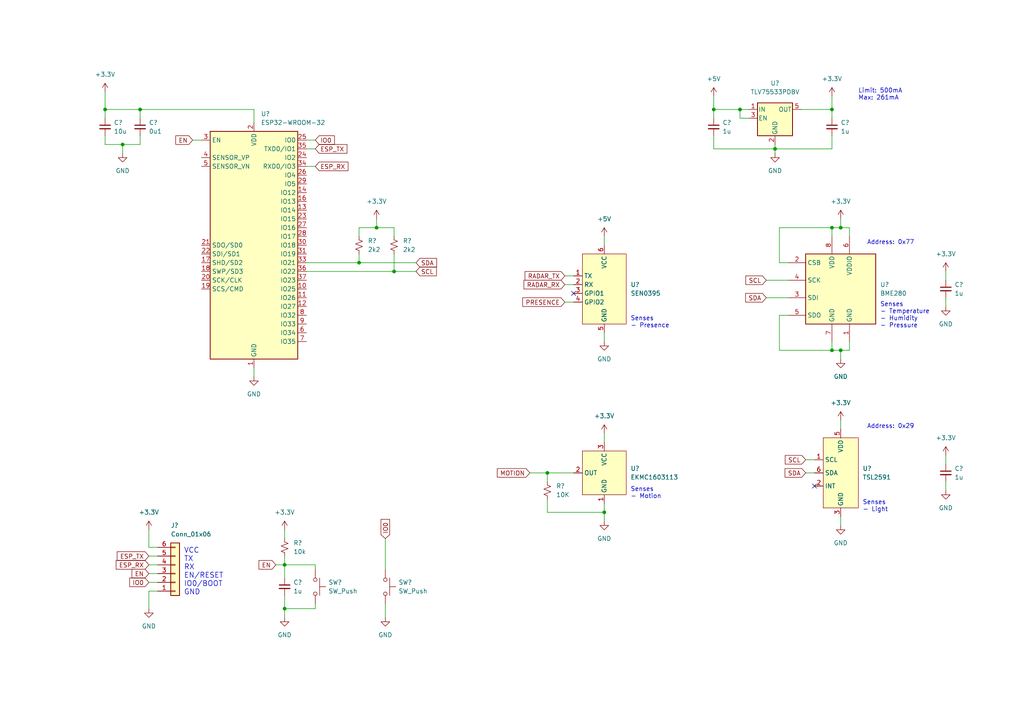
<source format=kicad_sch>
(kicad_sch (version 20211123) (generator eeschema)
  (paper "A4")
  (lib_symbols
    (symbol "Connector_Generic:Conn_01x06" (pin_names (offset 1.016) hide)
      (property "Reference" "J" (at 0 7.62 0))
      (property "Value" "Conn_01x06" (at 0 -10.16 0))
      (symbol "Conn_01x06_1_1"
        (rectangle (start -1.27 -7.493) (end 0 -7.747) (stroke (width 0.1524)))
        (rectangle (start -1.27 -4.953) (end 0 -5.207) (stroke (width 0.1524)))
        (rectangle (start -1.27 -2.413) (end 0 -2.667) (stroke (width 0.1524)))
        (rectangle (start -1.27 0.127) (end 0 -0.127) (stroke (width 0.1524)))
        (rectangle (start -1.27 2.667) (end 0 2.413) (stroke (width 0.1524)))
        (rectangle (start -1.27 5.207) (end 0 4.953) (stroke (width 0.1524)))
        (rectangle (start -1.27 6.35) (end 1.27 -8.89) (stroke (width 0.254)) (fill (type background)))
        (pin passive line (at -5.08 5.08 0) (length 3.81) (name "Pin_1") (number "1"))
        (pin passive line (at -5.08 2.54 0) (length 3.81) (name "Pin_2") (number "2"))
        (pin passive line (at -5.08 0 0) (length 3.81) (name "Pin_3") (number "3"))
        (pin passive line (at -5.08 -2.54 0) (length 3.81) (name "Pin_4") (number "4"))
        (pin passive line (at -5.08 -5.08 0) (length 3.81) (name "Pin_5") (number "5"))
        (pin passive line (at -5.08 -7.62 0) (length 3.81) (name "Pin_6") (number "6"))
      )
    )
    (symbol "Device:C_Small" (pin_numbers hide) (pin_names (offset 0.254) hide)
      (property "Reference" "C" (at 0.254 1.778 0))
      (property "Value" "C_Small" (at 0.254 -2.032 0))
      (symbol "C_Small_0_1"
        (polyline (pts (xy -1.524 -0.508) (xy 1.524 -0.508)) (stroke (width 0.3302)))
        (polyline (pts (xy -1.524 0.508) (xy 1.524 0.508)) (stroke (width 0.3048)))
      )
      (symbol "C_Small_1_1"
        (pin passive line (at 0 2.54 270) (length 2.032) (name "~") (number "1"))
        (pin passive line (at 0 -2.54 90) (length 2.032) (name "~") (number "2"))
      )
    )
    (symbol "Device:R_Small_US" (pin_numbers hide) (pin_names (offset 0.254) hide)
      (property "Reference" "R" (at 0.762 0.508 0))
      (property "Value" "R_Small_US" (at 0.762 -1.016 0))
      (symbol "R_Small_US_1_1"
        (polyline (pts (xy 0 0) (xy 1.016 -0.381) (xy 0 -0.762) (xy -1.016 -1.143) (xy 0 -1.524)))
        (polyline (pts (xy 0 1.524) (xy 1.016 1.143) (xy 0 0.762) (xy -1.016 0.381) (xy 0 0)))
        (pin passive line (at 0 2.54 270) (length 1.016) (name "~") (number "1"))
        (pin passive line (at 0 -2.54 90) (length 1.016) (name "~") (number "2"))
      )
    )
    (symbol "My Symbols:EKMxxxxxxxxx"
      (property "Reference" "U" (at 5.08 -2.54 0))
      (property "Value" "EKMxxxxxxxxx" (at 5.08 0 0))
      (symbol "EKMxxxxxxxxx_0_1"
        (rectangle (start -6.35 -6.35) (end 6.35 -19.05) (fill (type background)))
      )
      (symbol "EKMxxxxxxxxx_1_1"
        (pin input line (at 0 -21.59 90) (length 2.54) (name "GND") (number "1"))
        (pin input line (at -8.89 -12.7 0) (length 2.54) (name "OUT") (number "2"))
        (pin input line (at 0 -3.81 270) (length 2.54) (name "VCC") (number "3"))
      )
    )
    (symbol "My Symbols:SEN0395"
      (property "Reference" "U" (at 5.08 -2.54 0))
      (property "Value" "SEN0395" (at 5.08 0 0))
      (symbol "SEN0395_0_1"
        (rectangle (start -6.35 -6.35) (end 6.35 -26.67) (fill (type background)))
      )
      (symbol "SEN0395_1_1"
        (pin input line (at -8.89 -12.7 0) (length 2.54) (name "TX") (number "1"))
        (pin input line (at -8.89 -15.24 0) (length 2.54) (name "RX") (number "2"))
        (pin input line (at -8.89 -17.78 0) (length 2.54) (name "GPIO1") (number "3"))
        (pin input line (at -8.89 -20.32 0) (length 2.54) (name "GPIO2") (number "4"))
        (pin input line (at 0 -29.21 90) (length 2.54) (name "GND") (number "5"))
        (pin input line (at 0 -3.81 270) (length 2.54) (name "VCC") (number "6"))
        (pin input line (at 8.89 -15.24 180) (length 2.54) hide (name "NC1") (number "7"))
        (pin input line (at 8.89 -17.78 180) (length 2.54) hide (name "NC2") (number "8"))
      )
    )
    (symbol "My Symbols:TSL2591"
      (property "Reference" "U" (at 3.81 -15.24 0))
      (property "Value" "TSL2591" (at 3.81 -12.7 0))
      (symbol "TSL2591_0_1"
        (rectangle (start -5.08 -17.78) (end 5.08 -38.1) (fill (type background)))
      )
      (symbol "TSL2591_1_1"
        (pin input line (at -7.62 -24.13 0) (length 2.54) (name "SCL") (number "1"))
        (pin input line (at -7.62 -31.75 0) (length 2.54) (name "INT") (number "2"))
        (pin input line (at 0 -40.64 90) (length 2.54) (name "GND") (number "3"))
        (pin input line (at 7.62 -27.94 180) (length 2.54) hide (name "NC") (number "4"))
        (pin input line (at 0 -15.24 270) (length 2.54) (name "VDD") (number "5"))
        (pin input line (at -7.62 -27.94 0) (length 2.54) (name "SDA") (number "6"))
      )
    )
    (symbol "RF_Module:ESP32-WROOM-32"
      (property "Reference" "U" (at -12.7 34.29 0))
      (property "Value" "ESP32-WROOM-32" (at 1.27 34.29 0))
      (symbol "ESP32-WROOM-32_0_1"
        (rectangle (start -12.7 33.02) (end 12.7 -33.02) (stroke (width 0.254)) (fill (type background)))
      )
      (symbol "ESP32-WROOM-32_1_1"
        (pin power_in line (at 0 -35.56 90) (length 2.54) (name "GND") (number "1"))
        (pin bidirectional line (at 15.24 -12.7 180) (length 2.54) (name "IO25") (number "10"))
        (pin bidirectional line (at 15.24 -15.24 180) (length 2.54) (name "IO26") (number "11"))
        (pin bidirectional line (at 15.24 -17.78 180) (length 2.54) (name "IO27") (number "12"))
        (pin bidirectional line (at 15.24 10.16 180) (length 2.54) (name "IO14") (number "13"))
        (pin bidirectional line (at 15.24 15.24 180) (length 2.54) (name "IO12") (number "14"))
        (pin passive line (at 0 -35.56 90) (length 2.54) hide (name "GND") (number "15"))
        (pin bidirectional line (at 15.24 12.7 180) (length 2.54) (name "IO13") (number "16"))
        (pin bidirectional line (at -15.24 -5.08 0) (length 2.54) (name "SHD/SD2") (number "17"))
        (pin bidirectional line (at -15.24 -7.62 0) (length 2.54) (name "SWP/SD3") (number "18"))
        (pin bidirectional line (at -15.24 -12.7 0) (length 2.54) (name "SCS/CMD") (number "19"))
        (pin power_in line (at 0 35.56 270) (length 2.54) (name "VDD") (number "2"))
        (pin bidirectional line (at -15.24 -10.16 0) (length 2.54) (name "SCK/CLK") (number "20"))
        (pin bidirectional line (at -15.24 0 0) (length 2.54) (name "SDO/SD0") (number "21"))
        (pin bidirectional line (at -15.24 -2.54 0) (length 2.54) (name "SDI/SD1") (number "22"))
        (pin bidirectional line (at 15.24 7.62 180) (length 2.54) (name "IO15") (number "23"))
        (pin bidirectional line (at 15.24 25.4 180) (length 2.54) (name "IO2") (number "24"))
        (pin bidirectional line (at 15.24 30.48 180) (length 2.54) (name "IO0") (number "25"))
        (pin bidirectional line (at 15.24 20.32 180) (length 2.54) (name "IO4") (number "26"))
        (pin bidirectional line (at 15.24 5.08 180) (length 2.54) (name "IO16") (number "27"))
        (pin bidirectional line (at 15.24 2.54 180) (length 2.54) (name "IO17") (number "28"))
        (pin bidirectional line (at 15.24 17.78 180) (length 2.54) (name "IO5") (number "29"))
        (pin input line (at -15.24 30.48 0) (length 2.54) (name "EN") (number "3"))
        (pin bidirectional line (at 15.24 0 180) (length 2.54) (name "IO18") (number "30"))
        (pin bidirectional line (at 15.24 -2.54 180) (length 2.54) (name "IO19") (number "31"))
        (pin no_connect line (at -12.7 -27.94 0) (length 2.54) hide (name "NC") (number "32"))
        (pin bidirectional line (at 15.24 -5.08 180) (length 2.54) (name "IO21") (number "33"))
        (pin bidirectional line (at 15.24 22.86 180) (length 2.54) (name "RXD0/IO3") (number "34"))
        (pin bidirectional line (at 15.24 27.94 180) (length 2.54) (name "TXD0/IO1") (number "35"))
        (pin bidirectional line (at 15.24 -7.62 180) (length 2.54) (name "IO22") (number "36"))
        (pin bidirectional line (at 15.24 -10.16 180) (length 2.54) (name "IO23") (number "37"))
        (pin passive line (at 0 -35.56 90) (length 2.54) hide (name "GND") (number "38"))
        (pin passive line (at 0 -35.56 90) (length 2.54) hide (name "GND") (number "39"))
        (pin input line (at -15.24 25.4 0) (length 2.54) (name "SENSOR_VP") (number "4"))
        (pin input line (at -15.24 22.86 0) (length 2.54) (name "SENSOR_VN") (number "5"))
        (pin input line (at 15.24 -25.4 180) (length 2.54) (name "IO34") (number "6"))
        (pin input line (at 15.24 -27.94 180) (length 2.54) (name "IO35") (number "7"))
        (pin bidirectional line (at 15.24 -20.32 180) (length 2.54) (name "IO32") (number "8"))
        (pin bidirectional line (at 15.24 -22.86 180) (length 2.54) (name "IO33") (number "9"))
      )
    )
    (symbol "Regulator_Linear:TLV75533PDBV" (pin_names (offset 0.254))
      (property "Reference" "U" (at -3.81 5.715 0))
      (property "Value" "TLV75533PDBV" (at 0 5.715 0))
      (symbol "TLV75533PDBV_0_1"
        (rectangle (start -5.08 4.445) (end 5.08 -5.08) (stroke (width 0.254)) (fill (type background)))
      )
      (symbol "TLV75533PDBV_1_1"
        (pin power_in line (at -7.62 2.54 0) (length 2.54) (name "IN") (number "1"))
        (pin power_in line (at 0 -7.62 90) (length 2.54) (name "GND") (number "2"))
        (pin input line (at -7.62 0 0) (length 2.54) (name "EN") (number "3"))
        (pin no_connect line (at 5.08 0 180) (length 2.54) hide (name "NC") (number "4"))
        (pin power_out line (at 7.62 2.54 180) (length 2.54) (name "OUT") (number "5"))
      )
    )
    (symbol "Sensor:BME280"
      (property "Reference" "U?" (at 11.43 1.27 0))
      (property "Value" "BME280" (at 11.43 -1.27 0))
      (symbol "BME280_0_1"
        (rectangle (start -10.16 10.16) (end 10.16 -10.16) (stroke (width 0.254)) (fill (type background)))
      )
      (symbol "BME280_1_1"
        (pin power_in line (at -2.54 -15.24 90) (length 5.08) (name "GND") (number "1"))
        (pin input line (at 15.24 7.62 180) (length 5.08) (name "CSB") (number "2"))
        (pin bidirectional line (at 15.24 -2.54 180) (length 5.08) (name "SDI") (number "3"))
        (pin input line (at 15.24 2.54 180) (length 5.08) (name "SCK") (number "4"))
        (pin bidirectional line (at 15.24 -7.62 180) (length 5.08) (name "SDO") (number "5"))
        (pin power_in line (at -2.54 15.24 270) (length 5.08) (name "VDDIO") (number "6"))
        (pin power_in line (at 2.54 -15.24 90) (length 5.08) (name "GND") (number "7"))
        (pin power_in line (at 2.54 15.24 270) (length 5.08) (name "VDD") (number "8"))
      )
    )
    (symbol "Switch:SW_Push" (pin_numbers hide) (pin_names (offset 1.016) hide)
      (property "Reference" "SW" (at 1.27 2.54 0))
      (property "Value" "SW_Push" (at 0 -1.524 0))
      (symbol "SW_Push_0_1"
        (circle (center -2.032 0) (radius 0.508))
        (polyline (pts (xy 0 1.27) (xy 0 3.048)))
        (polyline (pts (xy 2.54 1.27) (xy -2.54 1.27)))
        (circle (center 2.032 0) (radius 0.508))
        (pin passive line (at -5.08 0 0) (length 2.54) (name "1") (number "1"))
        (pin passive line (at 5.08 0 180) (length 2.54) (name "2") (number "2"))
      )
    )
    (symbol "power:+3.3V" (power) (pin_names (offset 0))
      (property "Value" "+3.3V" (at 0 3.556 0))
      (symbol "+3.3V_0_1"
        (polyline (pts (xy -0.762 1.27) (xy 0 2.54)))
        (polyline (pts (xy 0 0) (xy 0 2.54)))
        (polyline (pts (xy 0 2.54) (xy 0.762 1.27)))
      )
      (symbol "+3.3V_1_1"
        (pin power_in line (at 0 0 90) (length 0) hide (name "+3.3V") (number "1"))
      )
    )
    (symbol "power:+5V" (power) (pin_names (offset 0))
      (property "Value" "+5V" (at 0 3.556 0))
      (symbol "+5V_0_1"
        (polyline (pts (xy -0.762 1.27) (xy 0 2.54)))
        (polyline (pts (xy 0 0) (xy 0 2.54)))
        (polyline (pts (xy 0 2.54) (xy 0.762 1.27)))
      )
      (symbol "+5V_1_1"
        (pin power_in line (at 0 0 90) (length 0) hide (name "+5V") (number "1"))
      )
    )
    (symbol "power:GND" (power) (pin_names (offset 0))
      (property "Value" "GND" (at 0 -3.81 0))
      (symbol "GND_0_1"
        (polyline (pts (xy 0 0) (xy 0 -1.27) (xy 1.27 -1.27) (xy 0 -2.54) (xy -1.27 -1.27) (xy 0 -1.27)))
      )
      (symbol "GND_1_1"
        (pin power_in line (at 0 0 270) (length 0) hide (name "GND") (number "1"))
      )
    )
  )
  (junction (at 114.3 78.74))
  (junction (at 241.3 101.6))
  (junction (at 243.84 101.6))
  (junction (at 175.26 148.59))
  (junction (at 214.63 31.75))
  (junction (at 243.84 66.04))
  (junction (at 207.01 31.75))
  (junction (at 40.64 31.75))
  (junction (at 224.79 43.18))
  (junction (at 82.55 163.83))
  (junction (at 241.3 66.04))
  (junction (at 104.14 76.2))
  (junction (at 241.3 31.75))
  (junction (at 82.55 176.53))
  (junction (at 35.56 41.91))
  (junction (at 158.75 137.16))
  (junction (at 30.48 31.75))
  (junction (at 109.22 66.04))
  (no_connect (at 166.37 85.09))
  (no_connect (at 236.22 140.97))
  (wire (pts (xy 73.66 35.56) (xy 73.66 31.75)))
  (wire (pts (xy 226.06 91.44) (xy 226.06 101.6)))
  (wire (pts (xy 243.84 66.04) (xy 246.38 66.04)))
  (wire (pts (xy 207.01 39.37) (xy 207.01 43.18)))
  (wire (pts (xy 233.68 137.16) (xy 236.22 137.16)))
  (wire (pts (xy 73.66 106.68) (xy 73.66 109.22)))
  (wire (pts (xy 43.18 171.45) (xy 43.18 176.53)))
  (wire (pts (xy 91.44 165.1) (xy 91.44 163.83)))
  (wire (pts (xy 88.9 40.64) (xy 91.44 40.64)))
  (wire (pts (xy 82.55 176.53) (xy 91.44 176.53)))
  (wire (pts (xy 158.75 137.16) (xy 158.75 139.7)))
  (wire (pts (xy 214.63 31.75) (xy 214.63 34.29)))
  (wire (pts (xy 82.55 161.29) (xy 82.55 163.83)))
  (wire (pts (xy 158.75 144.78) (xy 158.75 148.59)))
  (wire (pts (xy 73.66 31.75) (xy 40.64 31.75)))
  (wire (pts (xy 43.18 168.91) (xy 45.72 168.91)))
  (wire (pts (xy 246.38 66.04) (xy 246.38 68.58)))
  (wire (pts (xy 274.32 86.36) (xy 274.32 88.9)))
  (wire (pts (xy 243.84 149.86) (xy 243.84 152.4)))
  (wire (pts (xy 241.3 101.6) (xy 243.84 101.6)))
  (wire (pts (xy 224.79 41.91) (xy 224.79 43.18)))
  (wire (pts (xy 30.48 31.75) (xy 40.64 31.75)))
  (wire (pts (xy 163.83 80.01) (xy 166.37 80.01)))
  (wire (pts (xy 35.56 41.91) (xy 40.64 41.91)))
  (wire (pts (xy 175.26 125.73) (xy 175.26 128.27)))
  (wire (pts (xy 30.48 39.37) (xy 30.48 41.91)))
  (wire (pts (xy 217.17 34.29) (xy 214.63 34.29)))
  (wire (pts (xy 40.64 34.29) (xy 40.64 31.75)))
  (wire (pts (xy 222.25 86.36) (xy 228.6 86.36)))
  (wire (pts (xy 114.3 73.66) (xy 114.3 78.74)))
  (wire (pts (xy 207.01 27.94) (xy 207.01 31.75)))
  (wire (pts (xy 35.56 41.91) (xy 35.56 44.45)))
  (wire (pts (xy 207.01 31.75) (xy 214.63 31.75)))
  (wire (pts (xy 82.55 153.67) (xy 82.55 156.21)))
  (wire (pts (xy 43.18 163.83) (xy 45.72 163.83)))
  (wire (pts (xy 243.84 101.6) (xy 246.38 101.6)))
  (wire (pts (xy 243.84 63.5) (xy 243.84 66.04)))
  (wire (pts (xy 228.6 91.44) (xy 226.06 91.44)))
  (wire (pts (xy 88.9 76.2) (xy 104.14 76.2)))
  (wire (pts (xy 241.3 99.06) (xy 241.3 101.6)))
  (wire (pts (xy 91.44 163.83) (xy 82.55 163.83)))
  (wire (pts (xy 175.26 68.58) (xy 175.26 71.12)))
  (wire (pts (xy 109.22 66.04) (xy 114.3 66.04)))
  (wire (pts (xy 43.18 161.29) (xy 45.72 161.29)))
  (wire (pts (xy 30.48 31.75) (xy 30.48 34.29)))
  (wire (pts (xy 43.18 158.75) (xy 45.72 158.75)))
  (wire (pts (xy 111.76 156.21) (xy 111.76 165.1)))
  (wire (pts (xy 40.64 39.37) (xy 40.64 41.91)))
  (wire (pts (xy 207.01 43.18) (xy 224.79 43.18)))
  (wire (pts (xy 114.3 78.74) (xy 120.65 78.74)))
  (wire (pts (xy 158.75 148.59) (xy 175.26 148.59)))
  (wire (pts (xy 88.9 43.18) (xy 91.44 43.18)))
  (wire (pts (xy 55.88 40.64) (xy 58.42 40.64)))
  (wire (pts (xy 226.06 66.04) (xy 226.06 76.2)))
  (wire (pts (xy 158.75 137.16) (xy 166.37 137.16)))
  (wire (pts (xy 43.18 153.67) (xy 43.18 158.75)))
  (wire (pts (xy 232.41 31.75) (xy 241.3 31.75)))
  (wire (pts (xy 241.3 66.04) (xy 243.84 66.04)))
  (wire (pts (xy 274.32 139.7) (xy 274.32 142.24)))
  (wire (pts (xy 233.68 133.35) (xy 236.22 133.35)))
  (wire (pts (xy 241.3 31.75) (xy 241.3 34.29)))
  (wire (pts (xy 207.01 31.75) (xy 207.01 34.29)))
  (wire (pts (xy 246.38 99.06) (xy 246.38 101.6)))
  (wire (pts (xy 91.44 176.53) (xy 91.44 175.26)))
  (wire (pts (xy 82.55 163.83) (xy 82.55 167.64)))
  (wire (pts (xy 241.3 43.18) (xy 224.79 43.18)))
  (wire (pts (xy 43.18 166.37) (xy 45.72 166.37)))
  (wire (pts (xy 111.76 175.26) (xy 111.76 179.07)))
  (wire (pts (xy 241.3 39.37) (xy 241.3 43.18)))
  (wire (pts (xy 243.84 104.14) (xy 243.84 101.6)))
  (wire (pts (xy 243.84 121.92) (xy 243.84 124.46)))
  (wire (pts (xy 114.3 66.04) (xy 114.3 68.58)))
  (wire (pts (xy 175.26 99.06) (xy 175.26 96.52)))
  (wire (pts (xy 163.83 82.55) (xy 166.37 82.55)))
  (wire (pts (xy 80.01 163.83) (xy 82.55 163.83)))
  (wire (pts (xy 153.67 137.16) (xy 158.75 137.16)))
  (wire (pts (xy 163.83 87.63) (xy 166.37 87.63)))
  (wire (pts (xy 222.25 81.28) (xy 228.6 81.28)))
  (wire (pts (xy 274.32 132.08) (xy 274.32 134.62)))
  (wire (pts (xy 30.48 26.67) (xy 30.48 31.75)))
  (wire (pts (xy 228.6 76.2) (xy 226.06 76.2)))
  (wire (pts (xy 30.48 41.91) (xy 35.56 41.91)))
  (wire (pts (xy 104.14 68.58) (xy 104.14 66.04)))
  (wire (pts (xy 241.3 68.58) (xy 241.3 66.04)))
  (wire (pts (xy 226.06 66.04) (xy 241.3 66.04)))
  (wire (pts (xy 217.17 31.75) (xy 214.63 31.75)))
  (wire (pts (xy 104.14 73.66) (xy 104.14 76.2)))
  (wire (pts (xy 224.79 43.18) (xy 224.79 44.45)))
  (wire (pts (xy 109.22 63.5) (xy 109.22 66.04)))
  (wire (pts (xy 274.32 78.74) (xy 274.32 81.28)))
  (wire (pts (xy 88.9 78.74) (xy 114.3 78.74)))
  (wire (pts (xy 226.06 101.6) (xy 241.3 101.6)))
  (wire (pts (xy 241.3 27.94) (xy 241.3 31.75)))
  (wire (pts (xy 175.26 148.59) (xy 175.26 146.05)))
  (wire (pts (xy 88.9 48.26) (xy 91.44 48.26)))
  (wire (pts (xy 104.14 66.04) (xy 109.22 66.04)))
  (wire (pts (xy 82.55 172.72) (xy 82.55 176.53)))
  (wire (pts (xy 104.14 76.2) (xy 120.65 76.2)))
  (wire (pts (xy 43.18 171.45) (xy 45.72 171.45)))
  (wire (pts (xy 82.55 179.07) (xy 82.55 176.53)))
  (wire (pts (xy 175.26 151.13) (xy 175.26 148.59)))
  (text "TODO\n- create USB C power only symbol\n- add 5V headder terminal\n- assign gpio\n" (at -57.15 12.7 0) (effects (font (size 1.27 1.27)) (justify left bottom)))
  (text "Senses\n- Motion" (at 182.88 144.78 0) (effects (font (size 1.27 1.27)) (justify left bottom)))
  (text "Address: 0x29\n" (at 251.46 124.46 0) (effects (font (size 1.27 1.27)) (justify left bottom)))
  (text "Senses\n- Temperature\n- Humidity\n- Pressure\n" (at 255.27 95.25 0) (effects (font (size 1.27 1.27)) (justify left bottom)))
  (text "Limit: 500mA\nMax: 261mA\n" (at 248.92 29.21 0) (effects (font (size 1.27 1.27)) (justify left bottom)))
  (text "Senses\n- Light\n" (at 250.19 148.59 0) (effects (font (size 1.27 1.27)) (justify left bottom)))
  (text "VCC\nTX\nRX\nEN/RESET\nIO0/BOOT\nGND" (at 53.34 172.72 0) (effects (font (size 1.5 1.5)) (justify left bottom)))
  (text "Senses\n- Presence\n" (at 182.88 95.25 0) (effects (font (size 1.27 1.27)) (justify left bottom)))
  (text "Address: 0x77" (at 251.46 71.12 0) (effects (font (size 1.27 1.27)) (justify left bottom)))
  (global_label "SCL" (shape input) (at 222.25 81.28 180) (property "Intersheet References" "${INTERSHEET_REFS}" (effects hide)))
  (global_label "ESP_TX" (shape input) (at 43.18 161.29 180) (property "Intersheet References" "${INTERSHEET_REFS}" (effects hide)))
  (global_label "IO0" (shape input) (at 43.18 168.91 180) (property "Intersheet References" "${INTERSHEET_REFS}" (effects hide)))
  (global_label "ESP_TX" (shape input) (at 91.44 43.18 0) (property "Intersheet References" "${INTERSHEET_REFS}" (effects hide)))
  (global_label "EN" (shape input) (at 80.01 163.83 180) (property "Intersheet References" "${INTERSHEET_REFS}" (effects hide)))
  (global_label "SCL" (shape input) (at 233.68 133.35 180) (property "Intersheet References" "${INTERSHEET_REFS}" (effects hide)))
  (global_label "MOTION" (shape input) (at 153.67 137.16 180) (property "Intersheet References" "${INTERSHEET_REFS}" (effects hide)))
  (global_label "EN" (shape input) (at 43.18 166.37 180) (property "Intersheet References" "${INTERSHEET_REFS}" (effects hide)))
  (global_label "SDA" (shape input) (at 222.25 86.36 180) (property "Intersheet References" "${INTERSHEET_REFS}" (effects hide)))
  (global_label "RADAR_RX" (shape input) (at 163.83 82.55 180) (property "Intersheet References" "${INTERSHEET_REFS}" (effects hide)))
  (global_label "ESP_RX" (shape input) (at 91.44 48.26 0) (property "Intersheet References" "${INTERSHEET_REFS}" (effects hide)))
  (global_label "SDA" (shape input) (at 233.68 137.16 180) (property "Intersheet References" "${INTERSHEET_REFS}" (effects hide)))
  (global_label "RADAR_TX" (shape input) (at 163.83 80.01 180) (property "Intersheet References" "${INTERSHEET_REFS}" (effects hide)))
  (global_label "SDA" (shape input) (at 120.65 76.2 0) (property "Intersheet References" "${INTERSHEET_REFS}" (effects hide)))
  (global_label "PRESENCE" (shape input) (at 163.83 87.63 180) (property "Intersheet References" "${INTERSHEET_REFS}" (effects hide)))
  (global_label "SCL" (shape input) (at 120.65 78.74 0) (property "Intersheet References" "${INTERSHEET_REFS}" (effects hide)))
  (global_label "IO0" (shape input) (at 111.76 156.21 90) (property "Intersheet References" "${INTERSHEET_REFS}" (effects hide)))
  (global_label "ESP_RX" (shape input) (at 43.18 163.83 180) (property "Intersheet References" "${INTERSHEET_REFS}" (effects hide)))
  (global_label "IO0" (shape input) (at 91.44 40.64 0) (property "Intersheet References" "${INTERSHEET_REFS}" (effects hide)))
  (global_label "EN" (shape input) (at 55.88 40.64 180) (property "Intersheet References" "${INTERSHEET_REFS}" (effects hide)))
  (symbol (lib_id "Device:R_Small_US") (at 114.3 71.12 0) (unit 1)
    (property "Reference" "R?" (at 116.84 69.8499 0) (effects (justify left)))
    (property "Value" "2k2" (at 116.84 72.3899 0) (effects (justify left)))
  )
  (symbol (lib_id "power:GND") (at 274.32 88.9 0) (unit 1)
    (property "Reference" "#PWR?" (effects hide))
    (property "Value" "GND" (at 274.32 93.98 0))
  )
  (symbol (lib_id "My Symbols:EKMxxxxxxxxx") (at 175.26 124.46 0) (unit 1)
    (property "Reference" "U?" (at 182.88 135.8899 0) (effects (justify left)))
    (property "Value" "EKMC1603113" (at 182.88 138.4299 0) (effects (justify left)))
    (property "Datasheet" "https://www.mouser.com/datasheet/2/315/PANA_S_A0009105372_1-2560853.pdf" (effects hide))
  )
  (symbol (lib_id "power:+3.3V") (at 43.18 153.67 0) (unit 1)
    (property "Reference" "#PWR?" (effects hide))
    (property "Value" "+3.3V" (at 43.18 148.59 0))
  )
  (symbol (lib_id "Switch:SW_Push") (at 111.76 170.18 270) (unit 1)
    (property "Reference" "SW?" (at 115.57 168.9099 90) (effects (justify left)))
    (property "Value" "SW_Push" (at 115.57 171.4499 90) (effects (justify left)))
  )
  (symbol (lib_id "power:+3.3V") (at 243.84 63.5 0) (unit 1)
    (property "Reference" "#PWR?" (effects hide))
    (property "Value" "+3.3V" (at 243.84 58.42 0))
  )
  (symbol (lib_id "power:+5V") (at 207.01 27.94 0) (unit 1)
    (property "Reference" "#PWR?" (effects hide))
    (property "Value" "+5V" (at 207.01 22.86 0))
  )
  (symbol (lib_id "Device:C_Small") (at 274.32 83.82 0) (unit 1)
    (property "Reference" "C?" (at 276.86 82.5562 0) (effects (justify left)))
    (property "Value" "1u" (at 276.86 85.0962 0) (effects (justify left)))
  )
  (symbol (lib_id "power:GND") (at 175.26 151.13 0) (unit 1)
    (property "Reference" "#PWR?" (effects hide))
    (property "Value" "GND" (at 175.26 156.21 0))
  )
  (symbol (lib_id "Switch:SW_Push") (at 91.44 170.18 270) (unit 1)
    (property "Reference" "SW?" (at 95.25 168.9099 90) (effects (justify left)))
    (property "Value" "SW_Push" (at 95.25 171.4499 90) (effects (justify left)))
  )
  (symbol (lib_id "power:+3.3V") (at 274.32 78.74 0) (unit 1)
    (property "Reference" "#PWR?" (effects hide))
    (property "Value" "+3.3V" (at 274.32 73.66 0))
  )
  (symbol (lib_id "Device:R_Small_US") (at 82.55 158.75 0) (unit 1)
    (property "Reference" "R?" (at 85.09 157.4799 0) (effects (justify left)))
    (property "Value" "10k" (at 85.09 160.0199 0) (effects (justify left)))
  )
  (symbol (lib_id "RF_Module:ESP32-WROOM-32") (at 73.66 71.12 0) (unit 1)
    (property "Reference" "U?" (at 75.6794 33.02 0) (effects (justify left)))
    (property "Value" "ESP32-WROOM-32" (at 75.6794 35.56 0) (effects (justify left)))
    (property "Footprint" "RF_Module:ESP32-WROOM-32" (effects hide))
    (property "Datasheet" "https://www.espressif.com/sites/default/files/documentation/esp32-wroom-32_datasheet_en.pdf" (effects hide))
  )
  (symbol (lib_id "Device:R_Small_US") (at 158.75 142.24 0) (unit 1)
    (property "Reference" "R?" (at 161.29 140.9699 0) (effects (justify left)))
    (property "Value" "10K" (at 161.29 143.5099 0) (effects (justify left)))
  )
  (symbol (lib_id "power:GND") (at 111.76 179.07 0) (unit 1)
    (property "Reference" "#PWR?" (effects hide))
    (property "Value" "GND" (at 111.76 184.15 0))
  )
  (symbol (lib_id "power:GND") (at 175.26 99.06 0) (unit 1)
    (property "Reference" "#PWR?" (effects hide))
    (property "Value" "GND" (at 175.26 104.14 0))
  )
  (symbol (lib_id "power:GND") (at 224.79 44.45 0) (unit 1)
    (property "Reference" "#PWR?" (effects hide))
    (property "Value" "GND" (at 224.79 49.53 0))
  )
  (symbol (lib_id "power:+3.3V") (at 30.48 26.67 0) (unit 1)
    (property "Reference" "#PWR?" (effects hide))
    (property "Value" "+3.3V" (at 30.48 21.59 0))
  )
  (symbol (lib_id "Device:C_Small") (at 40.64 36.83 0) (unit 1)
    (property "Reference" "C?" (at 43.18 35.5662 0) (effects (justify left)))
    (property "Value" "0u1" (at 43.18 38.1062 0) (effects (justify left)))
  )
  (symbol (lib_id "power:GND") (at 82.55 179.07 0) (unit 1)
    (property "Reference" "#PWR?" (effects hide))
    (property "Value" "GND" (at 82.55 184.15 0))
  )
  (symbol (lib_id "My Symbols:TSL2591") (at 243.84 109.22 0) (unit 1)
    (property "Reference" "U?" (at 250.19 135.8899 0) (effects (justify left)))
    (property "Value" "TSL2591" (at 250.19 138.4299 0) (effects (justify left)))
    (property "Datasheet" "https://www.mouser.com/datasheet/2/588/TSL2591_DS000338_6_00-1623895.pdf" (effects hide))
  )
  (symbol (lib_id "power:+5V") (at 175.26 68.58 0) (unit 1)
    (property "Reference" "#PWR?" (effects hide))
    (property "Value" "+5V" (at 175.26 63.5 0))
  )
  (symbol (lib_id "power:+3.3V") (at 274.32 132.08 0) (unit 1)
    (property "Reference" "#PWR?" (effects hide))
    (property "Value" "+3.3V" (at 274.32 127 0))
  )
  (symbol (lib_id "Device:C_Small") (at 241.3 36.83 0) (unit 1)
    (property "Reference" "C?" (at 243.84 35.5662 0) (effects (justify left)))
    (property "Value" "1u" (at 243.84 38.1062 0) (effects (justify left)))
  )
  (symbol (lib_id "power:+3.3V") (at 241.3 27.94 0) (unit 1)
    (property "Reference" "#PWR?" (effects hide))
    (property "Value" "+3.3V" (at 241.3 22.86 0))
  )
  (symbol (lib_id "power:GND") (at 73.66 109.22 0) (unit 1)
    (property "Reference" "#PWR?" (effects hide))
    (property "Value" "GND" (at 73.66 114.3 0))
  )
  (symbol (lib_id "power:+3.3V") (at 175.26 125.73 0) (unit 1)
    (property "Reference" "#PWR?" (effects hide))
    (property "Value" "+3.3V" (at 175.26 120.65 0))
  )
  (symbol (lib_id "power:GND") (at 43.18 176.53 0) (unit 1)
    (property "Reference" "#PWR?" (effects hide))
    (property "Value" "GND" (at 43.18 181.61 0))
  )
  (symbol (lib_id "Device:C_Small") (at 82.55 170.18 0) (unit 1)
    (property "Reference" "C?" (at 85.09 168.9162 0) (effects (justify left)))
    (property "Value" "1u" (at 85.09 171.4562 0) (effects (justify left)))
  )
  (symbol (lib_id "power:+3.3V") (at 82.55 153.67 0) (unit 1)
    (property "Reference" "#PWR?" (effects hide))
    (property "Value" "+3.3V" (at 82.55 148.59 0))
  )
  (symbol (lib_id "power:GND") (at 35.56 44.45 0) (unit 1)
    (property "Reference" "#PWR?" (effects hide))
    (property "Value" "GND" (at 35.56 49.53 0))
  )
  (symbol (lib_id "My Symbols:SEN0395") (at 175.26 67.31 0) (unit 1)
    (property "Reference" "U?" (at 182.88 82.5499 0) (effects (justify left)))
    (property "Value" "SEN0395" (at 182.88 85.0899 0) (effects (justify left)))
    (property "Datasheet" "https://wiki.dfrobot.com/mmWave_Radar_Human_Presence_Detection_SKU_SEN0395" (effects hide))
  )
  (symbol (lib_id "power:GND") (at 243.84 104.14 0) (unit 1)
    (property "Reference" "#PWR?" (effects hide))
    (property "Value" "GND" (at 243.84 109.22 0))
  )
  (symbol (lib_id "Connector_Generic:Conn_01x06") (at 50.8 166.37 0) (mirror x) (unit 1)
    (property "Reference" "J?" (at 49.53 152.4 0) (effects (justify left)))
    (property "Value" "Conn_01x06" (at 49.53 154.94 0) (effects (justify left)))
  )
  (symbol (lib_id "power:+3.3V") (at 109.22 63.5 0) (unit 1)
    (property "Reference" "#PWR?" (effects hide))
    (property "Value" "+3.3V" (at 109.22 58.42 0))
  )
  (symbol (lib_id "Device:C_Small") (at 30.48 36.83 0) (unit 1)
    (property "Reference" "C?" (at 33.02 35.5662 0) (effects (justify left)))
    (property "Value" "10u" (at 33.02 38.1062 0) (effects (justify left)))
  )
  (symbol (lib_id "Device:C_Small") (at 207.01 36.83 0) (unit 1)
    (property "Reference" "C?" (at 209.55 35.5662 0) (effects (justify left)))
    (property "Value" "1u" (at 209.55 38.1062 0) (effects (justify left)))
  )
  (symbol (lib_id "power:+3.3V") (at 243.84 121.92 0) (unit 1)
    (property "Reference" "#PWR?" (effects hide))
    (property "Value" "+3.3V" (at 243.84 116.84 0))
  )
  (symbol (lib_id "power:GND") (at 274.32 142.24 0) (unit 1)
    (property "Reference" "#PWR?" (effects hide))
    (property "Value" "GND" (at 274.32 147.32 0))
  )
  (symbol (lib_id "Sensor:BME280") (at 243.84 83.82 0) (mirror y) (unit 1)
    (property "Reference" "U?" (at 255.27 82.55 0) (effects (justify right)))
    (property "Value" "BME280" (at 255.27 85.09 0) (effects (justify right)))
    (property "Footprint" "Package_LGA:Bosch_LGA-8_2.5x2.5mm_P0.65mm_ClockwisePinNumbering" (effects hide))
    (property "Datasheet" "https://ae-bst.resource.bosch.com/media/_tech/media/datasheets/BST-BME280-DS002.pdf" (effects hide))
  )
  (symbol (lib_id "Device:C_Small") (at 274.32 137.16 0) (unit 1)
    (property "Reference" "C?" (at 276.86 135.8962 0) (effects (justify left)))
    (property "Value" "1u" (at 276.86 138.4362 0) (effects (justify left)))
  )
  (symbol (lib_id "power:GND") (at 243.84 152.4 0) (unit 1)
    (property "Reference" "#PWR?" (effects hide))
    (property "Value" "GND" (at 243.84 157.48 0))
  )
  (symbol (lib_id "Device:R_Small_US") (at 104.14 71.12 0) (unit 1)
    (property "Reference" "R?" (at 106.68 69.8499 0) (effects (justify left)))
    (property "Value" "2k2" (at 106.68 72.3899 0) (effects (justify left)))
  )
  (symbol (lib_id "Regulator_Linear:TLV75533PDBV") (at 224.79 34.29 0) (unit 1)
    (property "Reference" "U?" (at 224.79 24.13 0))
    (property "Value" "TLV75533PDBV" (at 224.79 26.67 0))
    (property "Footprint" "Package_TO_SOT_SMD:SOT-23-5" (effects hide))
    (property "Datasheet" "http://www.ti.com/lit/ds/symlink/tlv755p.pdf" (effects hide))
  )
)
</source>
